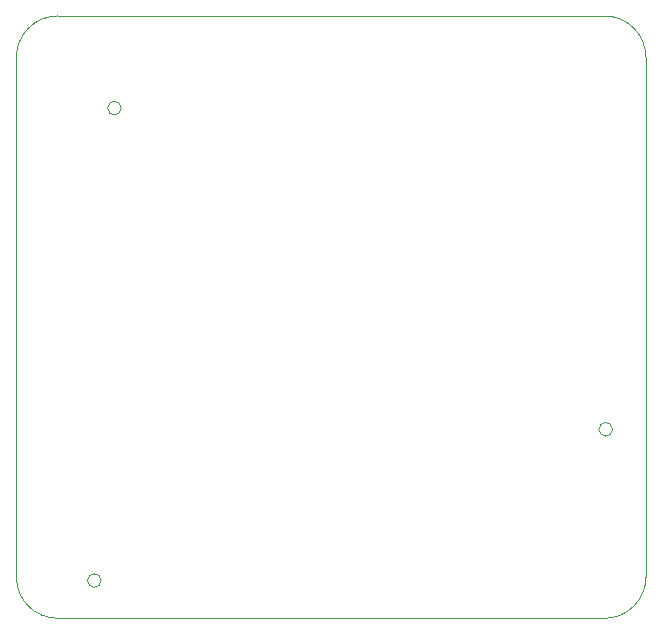
<source format=gbr>
%TF.GenerationSoftware,KiCad,Pcbnew,(6.0.4)*%
%TF.CreationDate,2022-08-12T18:00:07-03:00*%
%TF.ProjectId,rf-system-receiver,72662d73-7973-4746-956d-2d7265636569,rev?*%
%TF.SameCoordinates,Original*%
%TF.FileFunction,Profile,NP*%
%FSLAX46Y46*%
G04 Gerber Fmt 4.6, Leading zero omitted, Abs format (unit mm)*
G04 Created by KiCad (PCBNEW (6.0.4)) date 2022-08-12 18:00:07*
%MOMM*%
%LPD*%
G01*
G04 APERTURE LIST*
%TA.AperFunction,Profile*%
%ADD10C,0.100000*%
%TD*%
G04 APERTURE END LIST*
D10*
X119500000Y-87000000D02*
X165800000Y-87000000D01*
X124876000Y-43800000D02*
G75*
G03*
X124876000Y-43800000I-576000J0D01*
G01*
X119500000Y-36000000D02*
G75*
G03*
X116000000Y-39500000I0J-3500000D01*
G01*
X123176000Y-83800000D02*
G75*
G03*
X123176000Y-83800000I-576000J0D01*
G01*
X116000000Y-39500000D02*
X116000000Y-83500000D01*
X116000000Y-83500000D02*
G75*
G03*
X119500000Y-87000000I3500000J0D01*
G01*
X169300000Y-39500000D02*
G75*
G03*
X165800000Y-36000000I-3500000J0D01*
G01*
X166476000Y-71000000D02*
G75*
G03*
X166476000Y-71000000I-576000J0D01*
G01*
X165800000Y-36000000D02*
X119500000Y-36000000D01*
X165800000Y-87000000D02*
G75*
G03*
X169300000Y-83500000I0J3500000D01*
G01*
X169300000Y-83500000D02*
X169300000Y-39500000D01*
M02*

</source>
